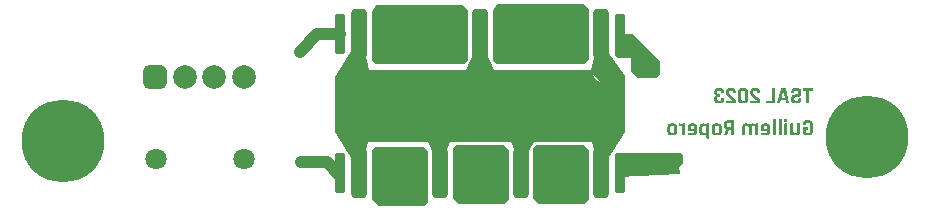
<source format=gbl>
G04*
G04 #@! TF.GenerationSoftware,Altium Limited,Altium Designer,23.6.0 (18)*
G04*
G04 Layer_Physical_Order=2*
G04 Layer_Color=16711680*
%FSLAX44Y44*%
%MOMM*%
G71*
G04*
G04 #@! TF.SameCoordinates,8711EDFB-AC5A-492D-8E97-C1405DB26330*
G04*
G04*
G04 #@! TF.FilePolarity,Positive*
G04*
G01*
G75*
G04:AMPARAMS|DCode=12|XSize=1.3mm|YSize=4.3mm|CornerRadius=0.325mm|HoleSize=0mm|Usage=FLASHONLY|Rotation=180.000|XOffset=0mm|YOffset=0mm|HoleType=Round|Shape=RoundedRectangle|*
%AMROUNDEDRECTD12*
21,1,1.3000,3.6500,0,0,180.0*
21,1,0.6500,4.3000,0,0,180.0*
1,1,0.6500,-0.3250,1.8250*
1,1,0.6500,0.3250,1.8250*
1,1,0.6500,0.3250,-1.8250*
1,1,0.6500,-0.3250,-1.8250*
%
%ADD12ROUNDEDRECTD12*%
G04:AMPARAMS|DCode=13|XSize=0.8mm|YSize=3.45mm|CornerRadius=0.2mm|HoleSize=0mm|Usage=FLASHONLY|Rotation=180.000|XOffset=0mm|YOffset=0mm|HoleType=Round|Shape=RoundedRectangle|*
%AMROUNDEDRECTD13*
21,1,0.8000,3.0500,0,0,180.0*
21,1,0.4000,3.4500,0,0,180.0*
1,1,0.4000,-0.2000,1.5250*
1,1,0.4000,0.2000,1.5250*
1,1,0.4000,0.2000,-1.5250*
1,1,0.4000,-0.2000,-1.5250*
%
%ADD13ROUNDEDRECTD13*%
%ADD15C,1.0000*%
%ADD16C,7.0000*%
%ADD17C,2.0000*%
G04:AMPARAMS|DCode=18|XSize=2mm|YSize=2mm|CornerRadius=0.5mm|HoleSize=0mm|Usage=FLASHONLY|Rotation=180.000|XOffset=0mm|YOffset=0mm|HoleType=Round|Shape=RoundedRectangle|*
%AMROUNDEDRECTD18*
21,1,2.0000,1.0000,0,0,180.0*
21,1,1.0000,2.0000,0,0,180.0*
1,1,1.0000,-0.5000,0.5000*
1,1,1.0000,0.5000,0.5000*
1,1,1.0000,0.5000,-0.5000*
1,1,1.0000,-0.5000,-0.5000*
%
%ADD18ROUNDEDRECTD18*%
%ADD19C,1.8000*%
%ADD20C,0.7000*%
G36*
X603549Y269252D02*
Y227188D01*
X600013Y223652D01*
Y223530D01*
X525395D01*
X522469Y226456D01*
Y267745D01*
X522425Y267789D01*
X525657Y273587D01*
X599214D01*
X603549Y269252D01*
D02*
G37*
G36*
X501329Y268807D02*
Y226743D01*
X497793Y223207D01*
Y223085D01*
X423175D01*
X420249Y226012D01*
Y267300D01*
X420205Y267345D01*
X423437Y273142D01*
X496994D01*
X501329Y268807D01*
D02*
G37*
G36*
X615546Y239210D02*
X633768Y212876D01*
Y202876D01*
X633656D01*
Y175464D01*
X633788D01*
Y165464D01*
X617688Y139899D01*
X610080Y140914D01*
X605727Y157551D01*
X556612D01*
X549288Y143719D01*
X543326D01*
X537295Y157551D01*
X486147D01*
X481299Y146574D01*
X477637Y138282D01*
X476369Y138344D01*
X473660Y146574D01*
X472349D01*
X467057Y157551D01*
X416642D01*
X412341Y141464D01*
X403750D01*
X388750Y166016D01*
Y166250D01*
X388656Y166344D01*
Y203203D01*
X388768Y203315D01*
Y212024D01*
X403768Y236548D01*
X413293D01*
X417367Y218203D01*
X499128D01*
X503150Y225868D01*
X503213Y225963D01*
X503221Y226005D01*
X507106Y233408D01*
X516301D01*
X523452Y218203D01*
X605016D01*
X609175Y234781D01*
X614285Y239359D01*
X615546Y239210D01*
D02*
G37*
G36*
X663487Y225791D02*
Y214431D01*
X660064Y211008D01*
X659908Y211164D01*
X644659D01*
X638746Y217077D01*
Y228436D01*
X627854D01*
X625209Y231081D01*
Y246486D01*
X625675Y247886D01*
X625987Y248197D01*
X641080D01*
X663487Y225791D01*
D02*
G37*
G36*
X668000Y148000D02*
X680865D01*
X683008Y145857D01*
Y139095D01*
X680000Y136087D01*
X680668Y131296D01*
X679863Y130314D01*
X628790Y127367D01*
X626685Y138315D01*
X626450D01*
Y145726D01*
X628790Y148067D01*
X668000D01*
Y148000D01*
D02*
G37*
G36*
X603405Y150735D02*
Y108274D01*
X599660Y104529D01*
X561348D01*
X555948Y109929D01*
Y151939D01*
X556041Y152115D01*
X559611Y154529D01*
X599611D01*
X603405Y150735D01*
D02*
G37*
G36*
X535719Y150498D02*
Y108038D01*
X531974Y104292D01*
X493662D01*
X488262Y109693D01*
Y151816D01*
X491925Y154292D01*
X531925D01*
X535719Y150498D01*
D02*
G37*
G36*
X467451Y149220D02*
Y106759D01*
X463706Y103014D01*
X425394D01*
X419993Y108415D01*
Y150538D01*
X423656Y153014D01*
X463656D01*
X467451Y149220D01*
D02*
G37*
G36*
X771360Y176713D02*
X771443Y176685D01*
X771554Y176546D01*
X771610Y176380D01*
Y176352D01*
Y176324D01*
Y174603D01*
X771582Y174464D01*
X771554Y174353D01*
X771499Y174298D01*
X771415Y174242D01*
X771276Y174186D01*
X769472D01*
X769333Y174214D01*
X769250Y174242D01*
X769139Y174409D01*
X769083Y174547D01*
Y174575D01*
Y174603D01*
Y176352D01*
X769111Y176491D01*
X769139Y176574D01*
X769278Y176685D01*
X769417Y176741D01*
X771221D01*
X771360Y176713D01*
D02*
G37*
G36*
X746735Y172854D02*
X746846Y172826D01*
X746901Y172743D01*
X746957Y172687D01*
X747012Y172521D01*
Y172493D01*
Y172465D01*
Y163109D01*
X746985Y162971D01*
X746957Y162859D01*
X746874Y162804D01*
X746790Y162748D01*
X746652Y162693D01*
X744902D01*
X744764Y162721D01*
X744653Y162748D01*
X744569Y162832D01*
X744514Y162915D01*
X744458Y163054D01*
Y163082D01*
Y163109D01*
Y169161D01*
X744430Y169439D01*
X744403Y169661D01*
X744319Y169883D01*
X744236Y170050D01*
X744014Y170327D01*
X743764Y170494D01*
X743514Y170605D01*
X743320Y170661D01*
X743153Y170688D01*
X742237D01*
X742043Y170633D01*
X741904Y170605D01*
X741765Y170550D01*
X741682Y170494D01*
X741627Y170466D01*
X741571Y170411D01*
X741488Y170300D01*
X741404Y170161D01*
X741321Y169856D01*
X741293Y169717D01*
Y169606D01*
Y169522D01*
Y169495D01*
Y163109D01*
X741266Y162971D01*
X741238Y162859D01*
X741155Y162804D01*
X741071Y162748D01*
X740932Y162693D01*
X739183D01*
X739045Y162721D01*
X738934Y162748D01*
X738878Y162832D01*
X738822Y162915D01*
X738767Y163054D01*
Y163082D01*
Y163109D01*
Y169134D01*
X738739Y169411D01*
X738711Y169661D01*
X738628Y169856D01*
X738545Y170022D01*
X738323Y170300D01*
X738073Y170494D01*
X737823Y170605D01*
X737601Y170661D01*
X737434Y170688D01*
X736657D01*
X736463Y170633D01*
X736324Y170605D01*
X736185Y170550D01*
X736102Y170494D01*
X736046Y170466D01*
X735991Y170411D01*
X735908Y170300D01*
X735824Y170161D01*
X735741Y169856D01*
X735713Y169717D01*
Y169606D01*
Y169522D01*
Y169495D01*
Y163109D01*
X735685Y162971D01*
X735658Y162859D01*
X735574Y162804D01*
X735491Y162748D01*
X735352Y162693D01*
X733603D01*
X733464Y162721D01*
X733353Y162748D01*
X733298Y162832D01*
X733242Y162915D01*
X733187Y163054D01*
Y163082D01*
Y163109D01*
Y169606D01*
X733215Y170161D01*
X733298Y170661D01*
X733437Y171077D01*
X733576Y171410D01*
X733742Y171688D01*
X733853Y171854D01*
X733964Y171993D01*
X733992Y172021D01*
X734325Y172299D01*
X734686Y172521D01*
X735075Y172659D01*
X735435Y172771D01*
X735769Y172826D01*
X736046Y172882D01*
X737185D01*
X737462Y172826D01*
X737934Y172687D01*
X738351Y172465D01*
X738656Y172243D01*
X738906Y172021D01*
X739072Y171799D01*
X739183Y171660D01*
X739211Y171632D01*
Y171605D01*
X739350Y171827D01*
X739544Y172021D01*
X739905Y172354D01*
X740322Y172576D01*
X740738Y172715D01*
X741127Y172826D01*
X741432Y172854D01*
X741543Y172882D01*
X742543D01*
X742793Y172826D01*
X743015Y172798D01*
X743209Y172743D01*
X743375Y172687D01*
X743487Y172632D01*
X743570Y172604D01*
X743598Y172576D01*
X743792Y172465D01*
X743959Y172326D01*
X744208Y172076D01*
X744292Y171966D01*
X744347Y171882D01*
X744403Y171827D01*
Y171799D01*
X744458D01*
Y172465D01*
X744486Y172604D01*
X744514Y172715D01*
X744597Y172771D01*
X744680Y172826D01*
X744819Y172882D01*
X746596D01*
X746735Y172854D01*
D02*
G37*
G36*
X705286Y172854D02*
X705397Y172826D01*
X705452Y172743D01*
X705508Y172687D01*
X705563Y172521D01*
Y172493D01*
Y172465D01*
Y160389D01*
X705536Y160250D01*
X705508Y160166D01*
X705341Y160056D01*
X705202Y160000D01*
X703454D01*
X703315Y160028D01*
X703204Y160056D01*
X703120Y160111D01*
X703065Y160194D01*
X703009Y160333D01*
Y160361D01*
Y160389D01*
Y163748D01*
X702954D01*
X702843Y163554D01*
X702732Y163387D01*
X702482Y163137D01*
X702371Y163054D01*
X702260Y162998D01*
X702204Y162943D01*
X702176D01*
X701732Y162804D01*
X701371Y162721D01*
X701205D01*
X701094Y162693D01*
X700150D01*
X699622Y162721D01*
X699150Y162832D01*
X698762Y162971D01*
X698428Y163109D01*
X698179Y163276D01*
X697984Y163387D01*
X697873Y163498D01*
X697846Y163526D01*
X697568Y163859D01*
X697374Y164248D01*
X697235Y164664D01*
X697151Y165053D01*
X697068Y165386D01*
X697040Y165691D01*
Y165802D01*
Y165886D01*
Y165913D01*
Y165941D01*
Y169606D01*
X697068Y170161D01*
X697151Y170661D01*
X697290Y171077D01*
X697429Y171410D01*
X697596Y171688D01*
X697707Y171854D01*
X697818Y171993D01*
X697846Y172021D01*
X698179Y172299D01*
X698540Y172521D01*
X698928Y172659D01*
X699289Y172771D01*
X699622Y172826D01*
X699900Y172882D01*
X700983D01*
X701427Y172826D01*
X701621Y172798D01*
X701815Y172743D01*
X701954Y172687D01*
X702065Y172659D01*
X702149Y172604D01*
X702176D01*
X702371Y172493D01*
X702537Y172354D01*
X702676Y172215D01*
X702759Y172104D01*
X702843Y171993D01*
X702898Y171882D01*
X702954Y171827D01*
Y171799D01*
X703009D01*
Y172465D01*
X703037Y172604D01*
X703065Y172715D01*
X703148Y172771D01*
X703231Y172826D01*
X703370Y172882D01*
X705147D01*
X705286Y172854D01*
D02*
G37*
G36*
X684881D02*
X684992Y172826D01*
X685047Y172743D01*
X685103Y172687D01*
X685158Y172521D01*
Y172493D01*
Y172465D01*
Y163109D01*
X685130Y162971D01*
X685103Y162859D01*
X685019Y162804D01*
X684936Y162748D01*
X684797Y162693D01*
X683048D01*
X682909Y162721D01*
X682798Y162748D01*
X682715Y162832D01*
X682660Y162915D01*
X682604Y163054D01*
Y163082D01*
Y163109D01*
Y169106D01*
X682576Y169384D01*
X682549Y169633D01*
X682465Y169828D01*
X682382Y170022D01*
X682299Y170189D01*
X682160Y170300D01*
X681910Y170494D01*
X681660Y170605D01*
X681466Y170661D01*
X681299Y170688D01*
X679717D01*
X679606Y170716D01*
X679578Y170744D01*
X679550D01*
X679495Y170827D01*
X679467Y170938D01*
Y171049D01*
Y171077D01*
Y172465D01*
X679495Y172604D01*
X679522Y172715D01*
X679578Y172771D01*
X679661Y172826D01*
X679800Y172882D01*
X680577D01*
X681022Y172826D01*
X681216Y172798D01*
X681410Y172743D01*
X681549Y172687D01*
X681660Y172659D01*
X681743Y172604D01*
X681771D01*
X681965Y172493D01*
X682132Y172354D01*
X682271Y172215D01*
X682354Y172076D01*
X682438Y171966D01*
X682493Y171854D01*
X682549Y171799D01*
Y171771D01*
X682604D01*
Y172465D01*
X682632Y172604D01*
X682660Y172715D01*
X682743Y172771D01*
X682826Y172826D01*
X682965Y172882D01*
X684742D01*
X684881Y172854D01*
D02*
G37*
G36*
X790321Y175491D02*
X790821Y175380D01*
X791238Y175269D01*
X791571Y175103D01*
X791848Y174964D01*
X792043Y174825D01*
X792181Y174714D01*
X792209Y174686D01*
X792487Y174353D01*
X792709Y173964D01*
X792848Y173548D01*
X792959Y173159D01*
X793014Y172826D01*
X793042Y172521D01*
X793070Y172410D01*
Y172354D01*
Y172299D01*
Y172271D01*
Y165941D01*
X793042Y165386D01*
X792931Y164886D01*
X792792Y164470D01*
X792626Y164137D01*
X792487Y163887D01*
X792348Y163692D01*
X792237Y163554D01*
X792209Y163526D01*
X791848Y163248D01*
X791460Y163054D01*
X791071Y162887D01*
X790655Y162804D01*
X790321Y162748D01*
X790016Y162721D01*
X789905Y162693D01*
X787656D01*
X787101Y162721D01*
X786629Y162832D01*
X786213Y162971D01*
X785852Y163109D01*
X785602Y163276D01*
X785407Y163387D01*
X785269Y163498D01*
X785241Y163526D01*
X784963Y163887D01*
X784741Y164275D01*
X784602Y164664D01*
X784491Y165053D01*
X784436Y165414D01*
X784380Y165691D01*
Y165802D01*
Y165886D01*
Y165913D01*
Y165941D01*
Y169273D01*
X784408Y169439D01*
X784436Y169550D01*
X784519Y169634D01*
X784602Y169689D01*
X784741Y169744D01*
X788323D01*
X788461Y169717D01*
X788572Y169689D01*
X788628Y169606D01*
X788683Y169550D01*
X788739Y169384D01*
Y169356D01*
Y169328D01*
Y167968D01*
X788711Y167829D01*
X788683Y167718D01*
X788600Y167635D01*
X788517Y167579D01*
X788378Y167523D01*
X787129D01*
X786990Y167496D01*
X786934Y167440D01*
X786907Y167357D01*
Y167329D01*
Y166052D01*
Y165830D01*
X786962Y165636D01*
X786990Y165469D01*
X787046Y165358D01*
X787101Y165247D01*
X787129Y165191D01*
X787184Y165164D01*
Y165136D01*
X787295Y165053D01*
X787434Y164997D01*
X787712Y164914D01*
X787851D01*
X787962Y164886D01*
X789600D01*
X789766Y164914D01*
X789933Y164969D01*
X790044Y165025D01*
X790155Y165053D01*
X790210Y165108D01*
X790266Y165136D01*
X790349Y165247D01*
X790405Y165386D01*
X790488Y165691D01*
Y165830D01*
X790516Y165941D01*
Y166024D01*
Y166052D01*
Y172160D01*
Y172382D01*
X790488Y172576D01*
X790433Y172715D01*
X790377Y172854D01*
X790349Y172937D01*
X790294Y172993D01*
X790266Y173048D01*
X790155Y173132D01*
X790016Y173215D01*
X789711Y173298D01*
X789572Y173326D01*
X787851D01*
X787656Y173270D01*
X787517Y173243D01*
X787379Y173187D01*
X787295Y173132D01*
X787240Y173104D01*
X787184Y173048D01*
X787101Y172937D01*
X787018Y172798D01*
X786934Y172521D01*
X786907Y172382D01*
Y172271D01*
Y172188D01*
Y172160D01*
Y171688D01*
X786879Y171549D01*
X786851Y171438D01*
X786768Y171355D01*
X786685Y171299D01*
X786546Y171244D01*
X784797D01*
X784658Y171271D01*
X784547Y171327D01*
X784491Y171383D01*
X784436Y171466D01*
X784380Y171632D01*
Y171660D01*
Y171688D01*
Y172271D01*
X784408Y172826D01*
X784519Y173298D01*
X784658Y173715D01*
X784797Y174048D01*
X784963Y174325D01*
X785102Y174492D01*
X785213Y174631D01*
X785241Y174658D01*
X785602Y174936D01*
X785991Y175158D01*
X786379Y175297D01*
X786768Y175408D01*
X787129Y175464D01*
X787406Y175519D01*
X789766D01*
X790321Y175491D01*
D02*
G37*
G36*
X781993Y172854D02*
X782104Y172826D01*
X782159Y172743D01*
X782215Y172687D01*
X782270Y172521D01*
Y172493D01*
Y172465D01*
Y165941D01*
X782243Y165386D01*
X782159Y164886D01*
X782020Y164470D01*
X781882Y164137D01*
X781743Y163887D01*
X781604Y163692D01*
X781521Y163554D01*
X781493Y163526D01*
X781160Y163248D01*
X780799Y163054D01*
X780410Y162887D01*
X780022Y162804D01*
X779688Y162748D01*
X779411Y162721D01*
X779300Y162693D01*
X778495D01*
X778051Y162721D01*
X777856Y162776D01*
X777690Y162832D01*
X777523Y162859D01*
X777412Y162915D01*
X777356Y162943D01*
X777329D01*
X777134Y163054D01*
X776968Y163193D01*
X776829Y163331D01*
X776718Y163442D01*
X776662Y163554D01*
X776607Y163665D01*
X776551Y163720D01*
Y163748D01*
X776468D01*
Y163109D01*
X776440Y162971D01*
X776413Y162859D01*
X776329Y162804D01*
X776246Y162748D01*
X776107Y162693D01*
X774358D01*
X774219Y162721D01*
X774108Y162748D01*
X774053Y162832D01*
X773997Y162915D01*
X773942Y163054D01*
Y163082D01*
Y163109D01*
Y172465D01*
X773969Y172604D01*
X773997Y172715D01*
X774081Y172771D01*
X774136Y172826D01*
X774303Y172882D01*
X776052D01*
X776190Y172854D01*
X776301Y172826D01*
X776357Y172743D01*
X776413Y172687D01*
X776468Y172521D01*
Y172493D01*
Y172465D01*
Y166385D01*
X776496Y166135D01*
X776524Y165886D01*
X776607Y165691D01*
X776690Y165525D01*
X776912Y165247D01*
X777162Y165081D01*
X777412Y164969D01*
X777634Y164914D01*
X777801Y164886D01*
X778800D01*
X778994Y164914D01*
X779161Y164969D01*
X779272Y165025D01*
X779383Y165053D01*
X779439Y165108D01*
X779466Y165136D01*
X779494D01*
X779577Y165247D01*
X779633Y165386D01*
X779716Y165691D01*
Y165830D01*
X779744Y165941D01*
Y166024D01*
Y166052D01*
Y172465D01*
X779772Y172604D01*
X779799Y172715D01*
X779883Y172771D01*
X779938Y172826D01*
X780105Y172882D01*
X781854D01*
X781993Y172854D01*
D02*
G37*
G36*
X771360D02*
X771443Y172826D01*
X771554Y172687D01*
X771610Y172521D01*
Y172493D01*
Y172465D01*
Y163109D01*
X771582Y162971D01*
X771554Y162859D01*
X771471Y162804D01*
X771388Y162748D01*
X771249Y162693D01*
X769333D01*
X769222Y162721D01*
X769194Y162748D01*
X769167D01*
X769111Y162832D01*
X769083Y162971D01*
Y163054D01*
Y163109D01*
Y172465D01*
X769111Y172604D01*
X769139Y172715D01*
X769222Y172771D01*
X769278Y172826D01*
X769444Y172882D01*
X771221D01*
X771360Y172854D01*
D02*
G37*
G36*
X766390Y176713D02*
X766501Y176685D01*
X766557Y176602D01*
X766612Y176546D01*
X766668Y176380D01*
Y176352D01*
Y176324D01*
Y163109D01*
X766640Y162971D01*
X766612Y162859D01*
X766529Y162804D01*
X766446Y162748D01*
X766307Y162693D01*
X764558D01*
X764419Y162721D01*
X764308Y162748D01*
X764253Y162832D01*
X764197Y162915D01*
X764142Y163054D01*
Y163082D01*
Y163109D01*
Y176324D01*
X764169Y176463D01*
X764197Y176574D01*
X764280Y176630D01*
X764336Y176685D01*
X764503Y176741D01*
X766252D01*
X766390Y176713D01*
D02*
G37*
G36*
X761449D02*
X761560Y176685D01*
X761615Y176602D01*
X761671Y176546D01*
X761726Y176380D01*
Y176352D01*
Y176324D01*
Y163109D01*
X761699Y162971D01*
X761671Y162859D01*
X761588Y162804D01*
X761504Y162748D01*
X761365Y162693D01*
X759616D01*
X759478Y162721D01*
X759367Y162748D01*
X759311Y162832D01*
X759256Y162915D01*
X759200Y163054D01*
Y163082D01*
Y163109D01*
Y176324D01*
X759228Y176463D01*
X759256Y176574D01*
X759339Y176630D01*
X759394Y176685D01*
X759561Y176741D01*
X761310D01*
X761449Y176713D01*
D02*
G37*
G36*
X754342Y172854D02*
X754841Y172743D01*
X755258Y172604D01*
X755591Y172465D01*
X755869Y172299D01*
X756063Y172160D01*
X756202Y172049D01*
X756229Y172021D01*
X756507Y171688D01*
X756729Y171299D01*
X756868Y170883D01*
X756979Y170494D01*
X757035Y170161D01*
X757062Y169856D01*
X757090Y169744D01*
Y169689D01*
Y169634D01*
Y169606D01*
Y165941D01*
X757062Y165386D01*
X756951Y164886D01*
X756812Y164470D01*
X756646Y164137D01*
X756507Y163887D01*
X756368Y163692D01*
X756257Y163554D01*
X756229Y163526D01*
X755869Y163248D01*
X755480Y163054D01*
X755091Y162887D01*
X754675Y162804D01*
X754342Y162748D01*
X754036Y162721D01*
X753925Y162693D01*
X749372D01*
X749233Y162721D01*
X749122Y162748D01*
X749094Y162776D01*
X749067D01*
X749011Y162859D01*
X748956Y162971D01*
Y163054D01*
Y163082D01*
Y164386D01*
X748984Y164525D01*
X749011Y164636D01*
X749094Y164720D01*
X749150Y164775D01*
X749317Y164831D01*
X753648D01*
X753842Y164886D01*
X754008Y164914D01*
X754119Y164969D01*
X754230Y165025D01*
X754286Y165053D01*
X754314Y165108D01*
X754342D01*
X754425Y165219D01*
X754480Y165358D01*
X754564Y165664D01*
Y165802D01*
X754592Y165886D01*
Y165969D01*
Y165997D01*
Y166441D01*
X754564Y166580D01*
X754453Y166635D01*
X754369Y166663D01*
X749344D01*
X749206Y166691D01*
X749094Y166718D01*
X749039Y166802D01*
X748984Y166885D01*
X748928Y167024D01*
Y167052D01*
Y167079D01*
Y169606D01*
X748956Y170161D01*
X749067Y170661D01*
X749206Y171077D01*
X749344Y171410D01*
X749511Y171688D01*
X749650Y171854D01*
X749761Y171993D01*
X749789Y172021D01*
X750150Y172299D01*
X750538Y172521D01*
X750927Y172659D01*
X751316Y172771D01*
X751676Y172826D01*
X751954Y172882D01*
X753786D01*
X754342Y172854D01*
D02*
G37*
G36*
X726191Y175491D02*
X726302Y175464D01*
X726357Y175380D01*
X726413Y175325D01*
X726468Y175158D01*
Y175130D01*
Y175103D01*
Y163109D01*
X726441Y162971D01*
X726413Y162859D01*
X726329Y162804D01*
X726246Y162748D01*
X726107Y162693D01*
X724331D01*
X724192Y162721D01*
X724081Y162748D01*
X724025Y162832D01*
X723970Y162915D01*
X723914Y163054D01*
Y163082D01*
Y163109D01*
Y167190D01*
X723886Y167329D01*
X723803Y167385D01*
X723720Y167412D01*
X722332D01*
X720333Y163109D01*
X720250Y162943D01*
X720166Y162832D01*
X720111Y162776D01*
X720083Y162748D01*
X719917Y162721D01*
X719750Y162693D01*
X717945D01*
X717779Y162721D01*
X717668Y162776D01*
X717612Y162832D01*
X717584Y162943D01*
Y163082D01*
X717612Y163137D01*
Y163165D01*
X719750Y167607D01*
Y167690D01*
X719445Y167857D01*
X719167Y168023D01*
X718917Y168245D01*
X718723Y168467D01*
X718556Y168717D01*
X718417Y168967D01*
X718195Y169467D01*
X718056Y169939D01*
X718029Y170133D01*
X718001Y170327D01*
X717973Y170466D01*
Y170577D01*
Y170661D01*
Y170688D01*
Y172243D01*
X718001Y172798D01*
X718112Y173298D01*
X718251Y173715D01*
X718417Y174048D01*
X718584Y174325D01*
X718723Y174492D01*
X718834Y174631D01*
X718861Y174658D01*
X719222Y174936D01*
X719611Y175158D01*
X720000Y175297D01*
X720388Y175408D01*
X720749Y175464D01*
X721027Y175519D01*
X726052D01*
X726191Y175491D01*
D02*
G37*
G36*
X713170Y172854D02*
X713670Y172743D01*
X714086Y172604D01*
X714420Y172465D01*
X714697Y172299D01*
X714892Y172160D01*
X715030Y172049D01*
X715058Y172021D01*
X715336Y171688D01*
X715558Y171299D01*
X715697Y170883D01*
X715808Y170494D01*
X715863Y170161D01*
X715891Y169855D01*
X715919Y169744D01*
Y169689D01*
Y169633D01*
Y169606D01*
Y165941D01*
X715891Y165386D01*
X715780Y164886D01*
X715641Y164470D01*
X715474Y164137D01*
X715336Y163887D01*
X715197Y163692D01*
X715086Y163554D01*
X715058Y163526D01*
X714697Y163248D01*
X714308Y163054D01*
X713920Y162887D01*
X713503Y162804D01*
X713170Y162748D01*
X712865Y162721D01*
X712754Y162693D01*
X710838D01*
X710283Y162721D01*
X709811Y162832D01*
X709395Y162971D01*
X709034Y163109D01*
X708784Y163276D01*
X708589Y163387D01*
X708451Y163498D01*
X708423Y163526D01*
X708118Y163887D01*
X707895Y164275D01*
X707757Y164664D01*
X707646Y165053D01*
X707590Y165414D01*
X707534Y165691D01*
Y165802D01*
Y165886D01*
Y165913D01*
Y165941D01*
Y169606D01*
X707562Y170161D01*
X707673Y170661D01*
X707812Y171077D01*
X707979Y171410D01*
X708145Y171688D01*
X708284Y171854D01*
X708395Y171993D01*
X708423Y172021D01*
X708784Y172299D01*
X709173Y172521D01*
X709561Y172659D01*
X709950Y172771D01*
X710311Y172826D01*
X710588Y172882D01*
X712615D01*
X713170Y172854D01*
D02*
G37*
G36*
X692487D02*
X692987Y172743D01*
X693404Y172604D01*
X693737Y172465D01*
X694014Y172299D01*
X694209Y172160D01*
X694348Y172049D01*
X694375Y172021D01*
X694653Y171688D01*
X694875Y171299D01*
X695014Y170883D01*
X695125Y170494D01*
X695180Y170161D01*
X695208Y169855D01*
X695236Y169744D01*
Y169689D01*
Y169633D01*
Y169606D01*
Y165941D01*
X695208Y165386D01*
X695097Y164886D01*
X694958Y164470D01*
X694792Y164137D01*
X694653Y163887D01*
X694514Y163692D01*
X694403Y163554D01*
X694375Y163526D01*
X694014Y163248D01*
X693626Y163054D01*
X693237Y162887D01*
X692821Y162804D01*
X692487Y162748D01*
X692182Y162721D01*
X692071Y162693D01*
X687518D01*
X687379Y162721D01*
X687268Y162748D01*
X687240Y162776D01*
X687213D01*
X687157Y162859D01*
X687102Y162971D01*
Y163054D01*
Y163082D01*
Y164386D01*
X687129Y164525D01*
X687157Y164636D01*
X687240Y164720D01*
X687296Y164775D01*
X687462Y164831D01*
X691793D01*
X691988Y164886D01*
X692154Y164914D01*
X692265Y164969D01*
X692376Y165025D01*
X692432Y165053D01*
X692460Y165108D01*
X692487D01*
X692571Y165219D01*
X692626Y165358D01*
X692710Y165663D01*
Y165802D01*
X692737Y165886D01*
Y165969D01*
Y165997D01*
Y166441D01*
X692710Y166580D01*
X692598Y166635D01*
X692515Y166663D01*
X687490D01*
X687351Y166691D01*
X687240Y166718D01*
X687185Y166802D01*
X687129Y166885D01*
X687074Y167024D01*
Y167052D01*
Y167079D01*
Y169606D01*
X687102Y170161D01*
X687213Y170661D01*
X687351Y171077D01*
X687490Y171410D01*
X687657Y171688D01*
X687796Y171854D01*
X687907Y171993D01*
X687934Y172021D01*
X688295Y172299D01*
X688684Y172521D01*
X689073Y172659D01*
X689461Y172771D01*
X689822Y172826D01*
X690100Y172882D01*
X691932D01*
X692487Y172854D01*
D02*
G37*
G36*
X675636D02*
X676135Y172743D01*
X676552Y172604D01*
X676885Y172465D01*
X677163Y172299D01*
X677357Y172160D01*
X677496Y172049D01*
X677524Y172021D01*
X677801Y171688D01*
X678023Y171299D01*
X678162Y170883D01*
X678273Y170494D01*
X678329Y170161D01*
X678356Y169855D01*
X678384Y169744D01*
Y169689D01*
Y169633D01*
Y169606D01*
Y165941D01*
X678356Y165386D01*
X678245Y164886D01*
X678107Y164470D01*
X677940Y164137D01*
X677801Y163887D01*
X677662Y163692D01*
X677551Y163554D01*
X677524Y163526D01*
X677163Y163248D01*
X676774Y163054D01*
X676385Y162887D01*
X675969Y162804D01*
X675636Y162748D01*
X675330Y162721D01*
X675219Y162693D01*
X673304D01*
X672748Y162721D01*
X672277Y162832D01*
X671860Y162971D01*
X671499Y163109D01*
X671249Y163276D01*
X671055Y163387D01*
X670916Y163498D01*
X670888Y163526D01*
X670583Y163887D01*
X670361Y164275D01*
X670222Y164664D01*
X670111Y165053D01*
X670056Y165414D01*
X670000Y165691D01*
Y165802D01*
Y165886D01*
Y165913D01*
Y165941D01*
Y169606D01*
X670028Y170161D01*
X670139Y170661D01*
X670278Y171077D01*
X670444Y171410D01*
X670611Y171688D01*
X670750Y171854D01*
X670861Y171993D01*
X670888Y172021D01*
X671249Y172299D01*
X671638Y172521D01*
X672027Y172659D01*
X672415Y172771D01*
X672776Y172826D01*
X673054Y172882D01*
X675080D01*
X675636Y172854D01*
D02*
G37*
G36*
X715280Y202798D02*
X715780Y202687D01*
X716196Y202576D01*
X716529Y202410D01*
X716807Y202271D01*
X717001Y202132D01*
X717140Y202021D01*
X717168Y201993D01*
X717446Y201660D01*
X717668Y201271D01*
X717806Y200883D01*
X717918Y200494D01*
X717973Y200133D01*
X718001Y199855D01*
X718029Y199744D01*
Y199661D01*
Y199633D01*
Y199606D01*
Y199050D01*
X718001Y198912D01*
X717973Y198801D01*
X717890Y198745D01*
X717806Y198689D01*
X717668Y198634D01*
X715919D01*
X715780Y198662D01*
X715669Y198689D01*
X715586Y198773D01*
X715530Y198856D01*
X715474Y198995D01*
Y199023D01*
Y199050D01*
Y199550D01*
Y199772D01*
X715447Y199967D01*
X715391Y200105D01*
X715336Y200244D01*
X715308Y200327D01*
X715252Y200383D01*
X715225Y200438D01*
X715114Y200522D01*
X714975Y200605D01*
X714697Y200688D01*
X714558Y200716D01*
X713142D01*
X712948Y200661D01*
X712782Y200633D01*
X712643Y200577D01*
X712532Y200522D01*
X712476Y200494D01*
X712421Y200438D01*
X712310Y200327D01*
X712254Y200189D01*
X712143Y199911D01*
Y199772D01*
X712115Y199661D01*
Y199578D01*
Y199550D01*
Y198634D01*
Y198412D01*
X712171Y198218D01*
X712199Y198051D01*
X712254Y197940D01*
X712310Y197829D01*
X712365Y197773D01*
X712393Y197746D01*
X712421Y197718D01*
X712532Y197635D01*
X712671Y197579D01*
X713004Y197496D01*
X713142D01*
X713253Y197468D01*
X714392D01*
X714531Y197440D01*
X714642Y197412D01*
X714697Y197329D01*
X714753Y197246D01*
X714808Y197107D01*
Y197052D01*
Y197024D01*
Y195830D01*
X714781Y195691D01*
X714753Y195580D01*
X714669Y195525D01*
X714586Y195469D01*
X714447Y195414D01*
X713142D01*
X712948Y195358D01*
X712782Y195330D01*
X712643Y195275D01*
X712532Y195219D01*
X712476Y195191D01*
X712421Y195136D01*
X712310Y195025D01*
X712254Y194886D01*
X712143Y194581D01*
Y194470D01*
X712115Y194359D01*
Y194275D01*
Y194248D01*
Y193276D01*
Y193054D01*
X712171Y192859D01*
X712199Y192693D01*
X712254Y192582D01*
X712310Y192471D01*
X712365Y192415D01*
X712393Y192388D01*
X712421Y192360D01*
X712532Y192276D01*
X712671Y192221D01*
X713004Y192138D01*
X713142D01*
X713253Y192110D01*
X714558D01*
X714753Y192138D01*
X714892Y192193D01*
X715030Y192249D01*
X715114Y192276D01*
X715169Y192332D01*
X715225Y192360D01*
X715308Y192471D01*
X715363Y192610D01*
X715447Y192915D01*
Y193054D01*
X715474Y193165D01*
Y193248D01*
Y193276D01*
Y193776D01*
X715502Y193914D01*
X715530Y194025D01*
X715613Y194109D01*
X715697Y194164D01*
X715835Y194220D01*
X717612D01*
X717751Y194192D01*
X717862Y194164D01*
X717918Y194081D01*
X717973Y193998D01*
X718029Y193859D01*
Y193803D01*
Y193776D01*
Y193220D01*
X718001Y192665D01*
X717890Y192193D01*
X717751Y191777D01*
X717584Y191444D01*
X717446Y191166D01*
X717307Y190999D01*
X717196Y190861D01*
X717168Y190833D01*
X716807Y190555D01*
X716418Y190361D01*
X716030Y190194D01*
X715613Y190111D01*
X715280Y190056D01*
X714975Y190028D01*
X714864Y190000D01*
X712948D01*
X712393Y190028D01*
X711893Y190139D01*
X711477Y190278D01*
X711144Y190416D01*
X710866Y190583D01*
X710672Y190694D01*
X710533Y190805D01*
X710505Y190833D01*
X710228Y191166D01*
X710005Y191555D01*
X709867Y191943D01*
X709755Y192332D01*
X709700Y192693D01*
X709644Y192971D01*
Y193082D01*
Y193165D01*
Y193193D01*
Y193220D01*
Y194248D01*
X709672Y194581D01*
X709700Y194858D01*
X709783Y195136D01*
X709894Y195358D01*
X710005Y195552D01*
X710144Y195747D01*
X710422Y196024D01*
X710727Y196219D01*
X710977Y196330D01*
X711088Y196357D01*
X711171Y196385D01*
X711199Y196413D01*
X711227D01*
X710949Y196524D01*
X710699Y196663D01*
X710505Y196802D01*
X710311Y196968D01*
X710144Y197135D01*
X710033Y197329D01*
X709839Y197690D01*
X709728Y198051D01*
X709672Y198329D01*
X709644Y198440D01*
Y198523D01*
Y198578D01*
Y198606D01*
Y199606D01*
X709672Y200161D01*
X709783Y200633D01*
X709922Y201049D01*
X710061Y201383D01*
X710228Y201660D01*
X710366Y201827D01*
X710477Y201966D01*
X710505Y201993D01*
X710866Y202271D01*
X711255Y202465D01*
X711643Y202632D01*
X712060Y202715D01*
X712393Y202771D01*
X712698Y202826D01*
X714725D01*
X715280Y202798D01*
D02*
G37*
G36*
X745596Y202798D02*
X746096Y202687D01*
X746513Y202576D01*
X746846Y202410D01*
X747123Y202271D01*
X747318Y202132D01*
X747457Y202021D01*
X747484Y201993D01*
X747762Y201660D01*
X747984Y201271D01*
X748123Y200883D01*
X748234Y200494D01*
X748289Y200133D01*
X748317Y199856D01*
X748345Y199744D01*
Y199661D01*
Y199634D01*
Y199606D01*
Y198912D01*
X748317Y198773D01*
X748262Y198662D01*
X748206Y198606D01*
X748123Y198551D01*
X747956Y198495D01*
X746207D01*
X746068Y198523D01*
X745957Y198551D01*
X745902Y198634D01*
X745846Y198717D01*
X745791Y198856D01*
Y198884D01*
Y198912D01*
Y199550D01*
Y199772D01*
X745763Y199967D01*
X745708Y200105D01*
X745652Y200244D01*
X745624Y200327D01*
X745569Y200383D01*
X745541Y200439D01*
X745430Y200522D01*
X745291Y200605D01*
X744986Y200688D01*
X744847Y200716D01*
X743709D01*
X743514Y200661D01*
X743348Y200633D01*
X743209Y200577D01*
X743098Y200522D01*
X743042Y200494D01*
X742987Y200439D01*
X742876Y200327D01*
X742820Y200189D01*
X742709Y199911D01*
Y199772D01*
X742682Y199661D01*
Y199578D01*
Y199550D01*
Y198967D01*
X742709Y198662D01*
X742820Y198356D01*
X742959Y198079D01*
X743126Y197829D01*
X743320Y197635D01*
X743459Y197496D01*
X743570Y197385D01*
X743598Y197357D01*
X747262Y194248D01*
X747595Y193942D01*
X747845Y193609D01*
X748012Y193276D01*
X748123Y192971D01*
X748206Y192721D01*
X748234Y192499D01*
X748262Y192360D01*
Y192304D01*
Y190416D01*
X748234Y190278D01*
X748206Y190166D01*
X748123Y190111D01*
X748040Y190056D01*
X747901Y190000D01*
X740627D01*
X740488Y190028D01*
X740377Y190056D01*
X740322Y190139D01*
X740266Y190222D01*
X740211Y190361D01*
Y190389D01*
Y190416D01*
Y191805D01*
X740238Y191943D01*
X740266Y192054D01*
X740349Y192110D01*
X740405Y192165D01*
X740572Y192221D01*
X745402D01*
Y192554D01*
X745374Y192721D01*
X745291Y192887D01*
X745208Y192998D01*
X745180Y193026D01*
X741404Y196219D01*
X741182Y196413D01*
X741016Y196635D01*
X740710Y197052D01*
X740488Y197496D01*
X740349Y197884D01*
X740266Y198245D01*
X740238Y198551D01*
X740211Y198662D01*
Y198745D01*
Y198773D01*
Y198801D01*
Y199606D01*
X740238Y200161D01*
X740349Y200633D01*
X740488Y201049D01*
X740627Y201383D01*
X740794Y201660D01*
X740932Y201827D01*
X741043Y201966D01*
X741071Y201993D01*
X741432Y202271D01*
X741821Y202465D01*
X742209Y202632D01*
X742626Y202715D01*
X742959Y202771D01*
X743264Y202826D01*
X745041D01*
X745596Y202798D01*
D02*
G37*
G36*
X725025D02*
X725524Y202687D01*
X725941Y202576D01*
X726274Y202410D01*
X726552Y202271D01*
X726746Y202132D01*
X726885Y202021D01*
X726913Y201993D01*
X727190Y201660D01*
X727412Y201271D01*
X727551Y200883D01*
X727662Y200494D01*
X727718Y200133D01*
X727745Y199856D01*
X727773Y199744D01*
Y199661D01*
Y199634D01*
Y199606D01*
Y198912D01*
X727745Y198773D01*
X727690Y198662D01*
X727634Y198606D01*
X727551Y198551D01*
X727384Y198495D01*
X725636D01*
X725497Y198523D01*
X725386Y198551D01*
X725330Y198634D01*
X725275Y198717D01*
X725219Y198856D01*
Y198884D01*
Y198912D01*
Y199550D01*
Y199772D01*
X725191Y199967D01*
X725136Y200105D01*
X725080Y200244D01*
X725052Y200327D01*
X724997Y200383D01*
X724969Y200439D01*
X724858Y200522D01*
X724719Y200605D01*
X724414Y200688D01*
X724275Y200716D01*
X723137D01*
X722943Y200661D01*
X722776Y200633D01*
X722637Y200577D01*
X722526Y200522D01*
X722471Y200494D01*
X722415Y200439D01*
X722304Y200327D01*
X722249Y200189D01*
X722137Y199911D01*
Y199772D01*
X722110Y199661D01*
Y199578D01*
Y199550D01*
Y198967D01*
X722137Y198662D01*
X722249Y198356D01*
X722387Y198079D01*
X722554Y197829D01*
X722748Y197635D01*
X722887Y197496D01*
X722998Y197385D01*
X723026Y197357D01*
X726690Y194248D01*
X727024Y193942D01*
X727273Y193609D01*
X727440Y193276D01*
X727551Y192971D01*
X727634Y192721D01*
X727662Y192499D01*
X727690Y192360D01*
Y192304D01*
Y190416D01*
X727662Y190278D01*
X727634Y190166D01*
X727551Y190111D01*
X727468Y190056D01*
X727329Y190000D01*
X720055Y190000D01*
X719917Y190028D01*
X719805Y190056D01*
X719750Y190139D01*
X719694Y190222D01*
X719639Y190361D01*
Y190389D01*
Y190416D01*
Y191805D01*
X719667Y191943D01*
X719694Y192054D01*
X719778Y192110D01*
X719833Y192165D01*
X720000Y192221D01*
X724830Y192221D01*
Y192554D01*
X724803Y192721D01*
X724719Y192887D01*
X724636Y192998D01*
X724608Y193026D01*
X720833Y196219D01*
X720611Y196413D01*
X720444Y196635D01*
X720139Y197052D01*
X719917Y197496D01*
X719778Y197884D01*
X719694Y198245D01*
X719667Y198551D01*
X719639Y198662D01*
Y198745D01*
Y198773D01*
Y198801D01*
Y199606D01*
X719667Y200161D01*
X719778Y200633D01*
X719917Y201049D01*
X720055Y201383D01*
X720222Y201660D01*
X720361Y201827D01*
X720472Y201966D01*
X720499Y201993D01*
X720860Y202271D01*
X721249Y202465D01*
X721638Y202632D01*
X722054Y202715D01*
X722387Y202771D01*
X722693Y202826D01*
X724470D01*
X725025Y202798D01*
D02*
G37*
G36*
X792792D02*
X792903Y202771D01*
X792959Y202687D01*
X793014Y202632D01*
X793070Y202465D01*
Y202437D01*
Y202410D01*
Y201049D01*
X793042Y200910D01*
X793014Y200800D01*
X792931Y200744D01*
X792848Y200688D01*
X792709Y200633D01*
X790377D01*
X790238Y200605D01*
X790183Y200522D01*
X790155Y200439D01*
Y200411D01*
Y190416D01*
X790127Y190278D01*
X790071Y190166D01*
X790016Y190111D01*
X789933Y190056D01*
X789766Y190000D01*
X788017D01*
X787878Y190028D01*
X787767Y190056D01*
X787712Y190139D01*
X787656Y190222D01*
X787601Y190361D01*
Y190389D01*
Y190416D01*
Y200411D01*
X787573Y200550D01*
X787490Y200605D01*
X787406Y200633D01*
X785102D01*
X784963Y200661D01*
X784852Y200688D01*
X784769Y200772D01*
X784713Y200855D01*
X784658Y200994D01*
Y201022D01*
Y201049D01*
Y202410D01*
X784686Y202549D01*
X784713Y202659D01*
X784797Y202715D01*
X784880Y202771D01*
X785019Y202826D01*
X792653D01*
X792792Y202798D01*
D02*
G37*
G36*
X780716D02*
X781215Y202687D01*
X781632Y202549D01*
X781993Y202410D01*
X782270Y202243D01*
X782465Y202104D01*
X782576Y201993D01*
X782631Y201966D01*
X782909Y201632D01*
X783131Y201244D01*
X783270Y200827D01*
X783381Y200439D01*
X783436Y200105D01*
X783464Y199800D01*
X783492Y199689D01*
Y199634D01*
Y199578D01*
Y199550D01*
Y198856D01*
X783464Y198412D01*
X783409Y198023D01*
X783353Y197690D01*
X783242Y197385D01*
X783159Y197163D01*
X783103Y196968D01*
X783048Y196857D01*
X783020Y196829D01*
X782826Y196552D01*
X782631Y196330D01*
X782437Y196163D01*
X782270Y196024D01*
X782104Y195913D01*
X781965Y195830D01*
X781882Y195802D01*
X781854Y195774D01*
X781327Y195580D01*
X781077Y195525D01*
X780854Y195441D01*
X780632Y195386D01*
X780494Y195358D01*
X780383Y195330D01*
X780355D01*
X779772Y195219D01*
X779494Y195191D01*
X779272Y195164D01*
X779078Y195136D01*
X778939Y195108D01*
X778828D01*
X778356Y195025D01*
X778162Y194969D01*
X777995Y194886D01*
X777856Y194831D01*
X777745Y194775D01*
X777690Y194747D01*
X777662Y194720D01*
X777495Y194581D01*
X777384Y194442D01*
X777301Y194303D01*
X777245Y194164D01*
X777218Y194025D01*
X777190Y193914D01*
Y193859D01*
Y193831D01*
Y193609D01*
Y193331D01*
X777245Y193082D01*
X777273Y192887D01*
X777329Y192721D01*
X777384Y192610D01*
X777440Y192526D01*
X777467Y192499D01*
X777495Y192471D01*
X777634Y192388D01*
X777801Y192304D01*
X778162Y192221D01*
X778328D01*
X778467Y192193D01*
X779799D01*
X780022Y192249D01*
X780216Y192276D01*
X780383Y192332D01*
X780494Y192388D01*
X780577Y192415D01*
X780605Y192471D01*
X780632D01*
X780743Y192582D01*
X780799Y192748D01*
X780910Y193082D01*
Y193248D01*
X780938Y193387D01*
Y193470D01*
Y193498D01*
Y193665D01*
X780965Y193803D01*
X780993Y193914D01*
X781077Y193970D01*
X781132Y194025D01*
X781299Y194081D01*
X783048D01*
X783186Y194053D01*
X783298Y194025D01*
X783353Y193942D01*
X783409Y193887D01*
X783464Y193720D01*
Y193692D01*
Y193665D01*
Y193276D01*
X783436Y192721D01*
X783325Y192221D01*
X783186Y191805D01*
X783020Y191471D01*
X782881Y191194D01*
X782742Y190999D01*
X782631Y190861D01*
X782604Y190833D01*
X782243Y190555D01*
X781854Y190361D01*
X781438Y190194D01*
X781049Y190111D01*
X780688Y190056D01*
X780410Y190028D01*
X780299Y190000D01*
X777967D01*
X777412Y190028D01*
X776940Y190139D01*
X776524Y190278D01*
X776163Y190416D01*
X775913Y190583D01*
X775719Y190694D01*
X775580Y190805D01*
X775552Y190833D01*
X775247Y191194D01*
X775024Y191582D01*
X774886Y191971D01*
X774775Y192388D01*
X774719Y192721D01*
X774663Y193026D01*
Y193137D01*
Y193220D01*
Y193248D01*
Y193276D01*
Y193942D01*
X774691Y194359D01*
X774747Y194747D01*
X774802Y195081D01*
X774886Y195386D01*
X774997Y195608D01*
X775052Y195774D01*
X775108Y195886D01*
X775135Y195913D01*
X775330Y196191D01*
X775524Y196413D01*
X775719Y196607D01*
X775885Y196746D01*
X776052Y196857D01*
X776190Y196940D01*
X776274Y196996D01*
X776301D01*
X776801Y197190D01*
X777329Y197329D01*
X777828Y197440D01*
X778300Y197523D01*
X778689Y197579D01*
X779022Y197635D01*
X779133D01*
X779217Y197662D01*
X779300D01*
X779577Y197690D01*
X779827Y197746D01*
X780049Y197801D01*
X780244Y197884D01*
X780410Y197968D01*
X780549Y198079D01*
X780743Y198245D01*
X780854Y198440D01*
X780910Y198606D01*
X780938Y198717D01*
Y198745D01*
Y199134D01*
Y199439D01*
X780882Y199689D01*
X780854Y199911D01*
X780799Y200078D01*
X780743Y200189D01*
X780716Y200272D01*
X780660Y200300D01*
Y200327D01*
X780521Y200439D01*
X780355Y200494D01*
X779994Y200605D01*
X779827D01*
X779688Y200633D01*
X778495D01*
X778273Y200577D01*
X778078Y200550D01*
X777940Y200494D01*
X777828Y200439D01*
X777745Y200411D01*
X777690Y200355D01*
X777579Y200244D01*
X777523Y200078D01*
X777412Y199717D01*
Y199550D01*
X777384Y199439D01*
Y199328D01*
Y199300D01*
Y199189D01*
X777356Y199051D01*
X777301Y198939D01*
X777245Y198884D01*
X777162Y198828D01*
X776996Y198773D01*
X775247D01*
X775108Y198801D01*
X774997Y198828D01*
X774941Y198912D01*
X774886Y198995D01*
X774830Y199134D01*
Y199161D01*
Y199189D01*
Y199550D01*
X774858Y200105D01*
X774969Y200605D01*
X775108Y201022D01*
X775274Y201355D01*
X775441Y201632D01*
X775580Y201799D01*
X775691Y201938D01*
X775719Y201966D01*
X776079Y202243D01*
X776468Y202465D01*
X776885Y202604D01*
X777273Y202715D01*
X777634Y202771D01*
X777912Y202826D01*
X780160D01*
X780716Y202798D01*
D02*
G37*
G36*
X769583D02*
X769722Y202771D01*
X769888Y202632D01*
X769999Y202465D01*
X770027Y202437D01*
Y202410D01*
X773192Y190416D01*
X773220Y190278D01*
Y190166D01*
X773192Y190111D01*
X773137Y190056D01*
X773026Y190000D01*
X771027D01*
X770888Y190028D01*
X770805Y190056D01*
X770777Y190083D01*
X770749D01*
X770694Y190166D01*
X770638Y190278D01*
X770610Y190389D01*
Y190416D01*
X770055Y192610D01*
X766168D01*
X765613Y190416D01*
X765557Y190250D01*
X765530Y190166D01*
X765474Y190111D01*
Y190083D01*
X765391Y190028D01*
X765280Y190000D01*
X763253D01*
X763142Y190028D01*
X763059Y190056D01*
X763031Y190139D01*
X763003Y190222D01*
Y190361D01*
X763031Y190389D01*
Y190416D01*
X766168Y202410D01*
X766224Y202549D01*
X766307Y202659D01*
X766418Y202715D01*
X766501Y202771D01*
X766696Y202826D01*
X769444D01*
X769583Y202798D01*
D02*
G37*
G36*
X760977D02*
X761088Y202771D01*
X761143Y202687D01*
X761199Y202632D01*
X761254Y202465D01*
Y202437D01*
Y202410D01*
Y190416D01*
X761227Y190278D01*
X761199Y190166D01*
X761116Y190111D01*
X761032Y190056D01*
X760893Y190000D01*
X754258D01*
X754119Y190028D01*
X754008Y190056D01*
X753953Y190139D01*
X753897Y190222D01*
X753842Y190361D01*
Y190389D01*
Y190416D01*
Y191777D01*
X753870Y191916D01*
X753897Y192027D01*
X753981Y192082D01*
X754036Y192138D01*
X754203Y192193D01*
X758478D01*
X758617Y192221D01*
X758672Y192304D01*
X758700Y192388D01*
Y192415D01*
Y202410D01*
X758728Y202549D01*
X758756Y202659D01*
X758839Y202715D01*
X758895Y202771D01*
X759061Y202826D01*
X760838D01*
X760977Y202798D01*
D02*
G37*
G36*
X735547D02*
X736019Y202687D01*
X736435Y202576D01*
X736768Y202410D01*
X737046Y202271D01*
X737240Y202132D01*
X737379Y202021D01*
X737407Y201993D01*
X737684Y201660D01*
X737906Y201271D01*
X738045Y200855D01*
X738156Y200466D01*
X738212Y200133D01*
X738240Y199828D01*
X738267Y199717D01*
Y199661D01*
Y199606D01*
Y199578D01*
Y193248D01*
X738240Y192693D01*
X738129Y192193D01*
X737990Y191777D01*
X737823Y191444D01*
X737684Y191194D01*
X737545Y190999D01*
X737434Y190861D01*
X737407Y190833D01*
X737046Y190555D01*
X736657Y190361D01*
X736268Y190194D01*
X735880Y190111D01*
X735519Y190056D01*
X735241Y190028D01*
X735130Y190000D01*
X732992D01*
X732437Y190028D01*
X731937Y190139D01*
X731521Y190278D01*
X731188Y190416D01*
X730910Y190583D01*
X730716Y190694D01*
X730577Y190805D01*
X730549Y190833D01*
X730272Y191194D01*
X730050Y191582D01*
X729911Y191971D01*
X729800Y192360D01*
X729744Y192721D01*
X729689Y192998D01*
Y193109D01*
Y193193D01*
Y193220D01*
Y193248D01*
Y199578D01*
X729716Y200133D01*
X729828Y200605D01*
X729966Y201022D01*
X730105Y201355D01*
X730272Y201632D01*
X730411Y201799D01*
X730522Y201938D01*
X730549Y201966D01*
X730910Y202243D01*
X731299Y202465D01*
X731688Y202604D01*
X732104Y202715D01*
X732437Y202771D01*
X732743Y202826D01*
X734991D01*
X735547Y202798D01*
D02*
G37*
%LPC*%
G36*
X607292Y214352D02*
X607336Y214017D01*
X608042Y212314D01*
X609164Y210851D01*
X610008Y210008D01*
X611470Y208885D01*
X613173Y208180D01*
X613508Y208136D01*
X607292Y214352D01*
D02*
G37*
G36*
X701704Y170688D02*
X700538D01*
X700344Y170633D01*
X700205Y170605D01*
X700067Y170550D01*
X699983Y170494D01*
X699928Y170466D01*
X699872Y170411D01*
X699789Y170300D01*
X699706Y170161D01*
X699622Y169855D01*
X699594Y169717D01*
Y169606D01*
Y169522D01*
Y169495D01*
Y166052D01*
Y165830D01*
X699650Y165636D01*
X699678Y165469D01*
X699733Y165358D01*
X699789Y165247D01*
X699817Y165191D01*
X699872Y165164D01*
Y165136D01*
X699983Y165053D01*
X700122Y164997D01*
X700400Y164914D01*
X700538D01*
X700649Y164886D01*
X701649D01*
X701899Y164914D01*
X702093Y164942D01*
X702288Y165025D01*
X702426Y165108D01*
X702676Y165358D01*
X702843Y165636D01*
X702926Y165913D01*
X702981Y166163D01*
X703009Y166330D01*
Y166357D01*
Y166385D01*
Y169161D01*
X702981Y169439D01*
X702954Y169661D01*
X702870Y169883D01*
X702787Y170050D01*
X702565Y170327D01*
X702315Y170494D01*
X702065Y170605D01*
X701871Y170661D01*
X701704Y170688D01*
D02*
G37*
G36*
X753648Y170688D02*
X752343D01*
X752148Y170661D01*
X752010Y170605D01*
X751871Y170577D01*
X751787Y170522D01*
X751732Y170466D01*
X751676Y170439D01*
X751593Y170327D01*
X751538Y170189D01*
X751454Y169883D01*
X751427Y169744D01*
Y169634D01*
Y169550D01*
Y169522D01*
Y168578D01*
X751454Y168440D01*
X751538Y168384D01*
X751621Y168356D01*
X754342D01*
X754480Y168384D01*
X754536Y168468D01*
X754564Y168551D01*
Y168578D01*
Y169522D01*
Y169744D01*
X754536Y169939D01*
X754480Y170105D01*
X754425Y170244D01*
X754397Y170327D01*
X754342Y170383D01*
X754314Y170439D01*
X754203Y170522D01*
X754064Y170577D01*
X753786Y170661D01*
X753648Y170688D01*
D02*
G37*
G36*
X723720Y173326D02*
X721527D01*
X721332Y173270D01*
X721166Y173243D01*
X721027Y173187D01*
X720944Y173132D01*
X720860Y173104D01*
X720805Y173048D01*
X720694Y172937D01*
X720638Y172798D01*
X720527Y172493D01*
Y172382D01*
X720499Y172271D01*
Y172188D01*
Y172160D01*
Y170605D01*
Y170383D01*
X720555Y170217D01*
X720583Y170050D01*
X720638Y169939D01*
X720694Y169828D01*
X720749Y169772D01*
X720777Y169744D01*
X720805Y169717D01*
X720944Y169634D01*
X721083Y169578D01*
X721388Y169495D01*
X721527D01*
X721638Y169467D01*
X723692D01*
X723831Y169495D01*
X723886Y169578D01*
X723914Y169661D01*
Y169689D01*
Y173104D01*
X723886Y173243D01*
X723803Y173298D01*
X723720Y173326D01*
D02*
G37*
G36*
X712476Y170688D02*
X711005D01*
X710810Y170661D01*
X710644Y170605D01*
X710533Y170577D01*
X710422Y170522D01*
X710366Y170466D01*
X710311Y170438D01*
X710228Y170327D01*
X710144Y170189D01*
X710061Y169883D01*
X710033Y169744D01*
Y169633D01*
Y169550D01*
Y169522D01*
Y166024D01*
Y165802D01*
X710089Y165608D01*
X710116Y165441D01*
X710172Y165330D01*
X710228Y165219D01*
X710255Y165164D01*
X710311Y165136D01*
Y165108D01*
X710422Y165025D01*
X710561Y164969D01*
X710866Y164886D01*
X711005D01*
X711116Y164858D01*
X712476D01*
X712671Y164886D01*
X712809Y164942D01*
X712948Y164997D01*
X713031Y165025D01*
X713087Y165080D01*
X713142Y165108D01*
X713226Y165219D01*
X713281Y165358D01*
X713365Y165663D01*
Y165802D01*
X713392Y165913D01*
Y165997D01*
Y166024D01*
Y169522D01*
Y169744D01*
X713365Y169939D01*
X713309Y170105D01*
X713253Y170244D01*
X713226Y170327D01*
X713170Y170383D01*
X713142Y170438D01*
X713031Y170522D01*
X712893Y170577D01*
X712615Y170661D01*
X712476Y170688D01*
D02*
G37*
G36*
X691793D02*
X690489D01*
X690294Y170661D01*
X690155Y170605D01*
X690017Y170577D01*
X689933Y170522D01*
X689878Y170466D01*
X689822Y170438D01*
X689739Y170327D01*
X689683Y170189D01*
X689600Y169883D01*
X689572Y169744D01*
Y169633D01*
Y169550D01*
Y169522D01*
Y168578D01*
X689600Y168440D01*
X689683Y168384D01*
X689767Y168356D01*
X692487D01*
X692626Y168384D01*
X692682Y168467D01*
X692710Y168551D01*
Y168578D01*
Y169522D01*
Y169744D01*
X692682Y169939D01*
X692626Y170105D01*
X692571Y170244D01*
X692543Y170327D01*
X692487Y170383D01*
X692460Y170438D01*
X692349Y170522D01*
X692210Y170577D01*
X691932Y170661D01*
X691793Y170688D01*
D02*
G37*
G36*
X674942D02*
X673470D01*
X673276Y170661D01*
X673109Y170605D01*
X672998Y170577D01*
X672887Y170522D01*
X672832Y170466D01*
X672776Y170438D01*
X672693Y170327D01*
X672610Y170189D01*
X672526Y169883D01*
X672499Y169744D01*
Y169633D01*
Y169550D01*
Y169522D01*
Y166024D01*
Y165802D01*
X672554Y165608D01*
X672582Y165441D01*
X672637Y165330D01*
X672693Y165219D01*
X672721Y165164D01*
X672776Y165136D01*
Y165108D01*
X672887Y165025D01*
X673026Y164969D01*
X673332Y164886D01*
X673470D01*
X673581Y164858D01*
X674942D01*
X675136Y164886D01*
X675275Y164942D01*
X675414Y164997D01*
X675497Y165025D01*
X675553Y165080D01*
X675608Y165108D01*
X675691Y165219D01*
X675747Y165358D01*
X675830Y165663D01*
Y165802D01*
X675858Y165913D01*
Y165997D01*
Y166024D01*
Y169522D01*
Y169744D01*
X675830Y169939D01*
X675775Y170105D01*
X675719Y170244D01*
X675691Y170327D01*
X675636Y170383D01*
X675608Y170438D01*
X675497Y170522D01*
X675358Y170577D01*
X675080Y170661D01*
X674942Y170688D01*
D02*
G37*
G36*
X768139Y200411D02*
X768056D01*
X766612Y194636D01*
X769583D01*
X768139Y200411D01*
D02*
G37*
G36*
X734769Y200633D02*
X733159D01*
X732965Y200577D01*
X732826Y200550D01*
X732687Y200494D01*
X732604Y200439D01*
X732548Y200411D01*
X732493Y200355D01*
X732410Y200244D01*
X732326Y200105D01*
X732243Y199828D01*
X732215Y199689D01*
Y199578D01*
Y199495D01*
Y199467D01*
Y193359D01*
Y193137D01*
X732271Y192943D01*
X732298Y192776D01*
X732354Y192665D01*
X732410Y192554D01*
X732437Y192499D01*
X732493Y192471D01*
Y192443D01*
X732604Y192360D01*
X732743Y192304D01*
X733020Y192221D01*
X733159D01*
X733270Y192193D01*
X734769D01*
X734964Y192221D01*
X735130Y192276D01*
X735241Y192332D01*
X735352Y192360D01*
X735408Y192415D01*
X735435Y192443D01*
X735463D01*
X735547Y192554D01*
X735602Y192693D01*
X735685Y192998D01*
Y193137D01*
X735713Y193248D01*
Y193331D01*
Y193359D01*
Y199467D01*
Y199689D01*
X735685Y199883D01*
X735630Y200022D01*
X735574Y200161D01*
X735547Y200244D01*
X735491Y200300D01*
X735463Y200355D01*
X735352Y200439D01*
X735213Y200522D01*
X734908Y200605D01*
X734769Y200633D01*
D02*
G37*
%LPD*%
D12*
X477156Y130628D02*
D03*
X408656D02*
D03*
X614156Y248203D02*
D03*
X511406D02*
D03*
X408656Y248203D02*
D03*
X614156Y130628D02*
D03*
X545656Y130628D02*
D03*
D13*
X461656D02*
D03*
X492656D02*
D03*
X393156D02*
D03*
X424156D02*
D03*
X598656Y248203D02*
D03*
X629656D02*
D03*
X495906D02*
D03*
X526906D02*
D03*
X393156Y248203D02*
D03*
X424156D02*
D03*
X598656Y130628D02*
D03*
X629656D02*
D03*
X530156Y130628D02*
D03*
X561156D02*
D03*
D15*
X381615Y140000D02*
X392130Y129485D01*
X360000Y140000D02*
X381615D01*
X614156Y215844D02*
Y248203D01*
Y215844D02*
X615000Y215000D01*
X373656Y248203D02*
X393156D01*
X358656Y233203D02*
X373656Y248203D01*
D16*
X158656Y158203D02*
D03*
X838904Y161350D02*
D03*
D17*
X286495Y212556D02*
D03*
X261495D02*
D03*
X311495D02*
D03*
D18*
X236495D02*
D03*
D19*
X236565Y142706D02*
D03*
X311495D02*
D03*
D20*
X138656Y178203D02*
D03*
X131156Y158203D02*
D03*
X138656Y138203D02*
D03*
X158656Y130703D02*
D03*
X178656Y138203D02*
D03*
X186156Y158203D02*
D03*
X178656Y178203D02*
D03*
X158656Y185703D02*
D03*
X675000Y140000D02*
D03*
X655000Y220000D02*
D03*
X601353Y168203D02*
D03*
X619050D02*
D03*
X406687D02*
D03*
X442081D02*
D03*
X424384D02*
D03*
X477475D02*
D03*
X512868D02*
D03*
X495171D02*
D03*
X459777D02*
D03*
X548262D02*
D03*
X583656D02*
D03*
X565959D02*
D03*
X530565D02*
D03*
X619050Y188203D02*
D03*
X601353D02*
D03*
Y208203D02*
D03*
X619050D02*
D03*
X406687D02*
D03*
X442081D02*
D03*
X424384D02*
D03*
Y188203D02*
D03*
X442081D02*
D03*
X406687D02*
D03*
X477475Y208203D02*
D03*
X512868D02*
D03*
X495171D02*
D03*
X459777D02*
D03*
Y188203D02*
D03*
X495171D02*
D03*
X512868D02*
D03*
X477475D02*
D03*
X548262Y208203D02*
D03*
X583656D02*
D03*
X565959D02*
D03*
X530565D02*
D03*
Y188203D02*
D03*
X565959D02*
D03*
X583656D02*
D03*
X548262D02*
D03*
X360000Y140000D02*
D03*
X358656Y233203D02*
D03*
X838904Y188850D02*
D03*
X858904Y181350D02*
D03*
X866404Y161350D02*
D03*
X858904Y141350D02*
D03*
X838904Y133850D02*
D03*
X818904Y141350D02*
D03*
X811404Y161350D02*
D03*
X818904Y181350D02*
D03*
M02*

</source>
